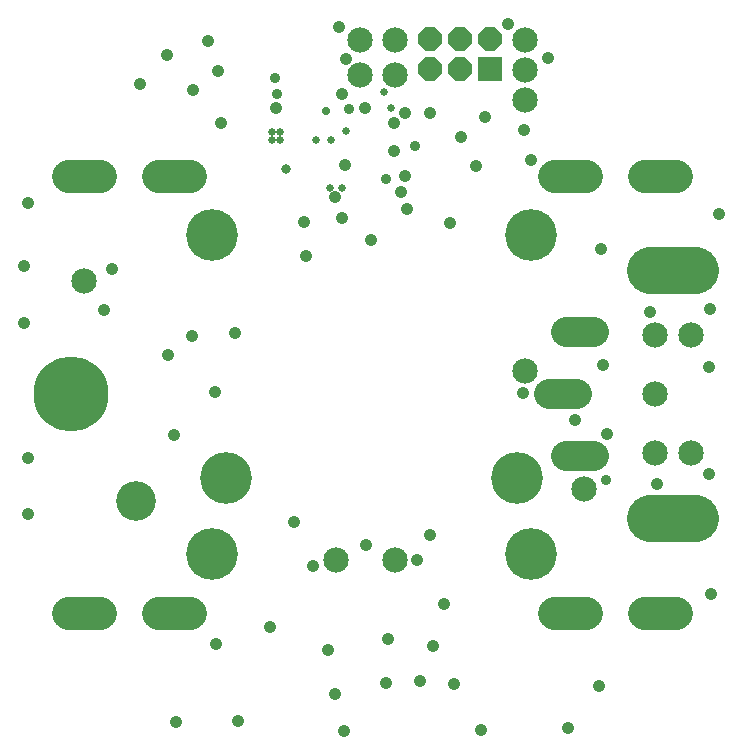
<source format=gbs>
G75*
%MOIN*%
%OFA0B0*%
%FSLAX24Y24*%
%IPPOS*%
%LPD*%
%AMOC8*
5,1,8,0,0,1.08239X$1,22.5*
%
%ADD10C,0.1320*%
%ADD11C,0.2501*%
%ADD12C,0.1005*%
%ADD13C,0.1562*%
%ADD14R,0.0800X0.0800*%
%ADD15OC8,0.0800*%
%ADD16C,0.1110*%
%ADD17C,0.0847*%
%ADD18C,0.1721*%
%ADD19C,0.1720*%
%ADD20C,0.0414*%
%ADD21C,0.0260*%
%ADD22C,0.0317*%
%ADD23C,0.0357*%
%ADD24C,0.0278*%
D10*
X006056Y010386D03*
D11*
X003890Y013930D03*
D12*
X019835Y013930D02*
X020780Y013930D01*
X020390Y015996D02*
X021335Y015996D01*
X021335Y011863D02*
X020390Y011863D01*
D13*
X023218Y009796D02*
X024720Y009796D01*
X024720Y018063D02*
X023218Y018063D01*
D14*
X017863Y024768D03*
D15*
X017863Y025768D03*
X016863Y025768D03*
X015863Y025768D03*
X015863Y024768D03*
X016863Y024768D03*
D16*
X004855Y006646D02*
X003805Y006646D01*
X006805Y006646D02*
X007855Y006646D01*
X020005Y006646D02*
X021055Y006646D01*
X023005Y006646D02*
X024055Y006646D01*
X024055Y021213D02*
X023005Y021213D01*
X021055Y021213D02*
X020005Y021213D01*
X007855Y021213D02*
X006805Y021213D01*
X004855Y021213D02*
X003805Y021213D01*
D17*
X004323Y017709D03*
X013536Y024559D03*
X013536Y025741D03*
X014717Y025741D03*
X014717Y024559D03*
X019048Y024756D03*
X019028Y023733D03*
X019048Y025741D03*
X023378Y015898D03*
X024559Y015898D03*
X023378Y013930D03*
X023378Y011961D03*
X024559Y011961D03*
X021016Y010780D03*
X019048Y014717D03*
X014717Y008418D03*
X012748Y008418D03*
D18*
X008615Y008615D03*
X019244Y008615D03*
X019244Y019244D03*
X008615Y019244D03*
D19*
X009071Y011124D03*
X018788Y011124D03*
D20*
X020721Y013063D03*
X021784Y012591D03*
X023430Y010945D03*
X025156Y011286D03*
X025156Y014848D03*
X025219Y016786D03*
X023201Y016685D03*
X021626Y014914D03*
X018969Y013977D03*
X021587Y018772D03*
X019225Y021725D03*
X019008Y022729D03*
X017689Y023181D03*
X016902Y022493D03*
X017394Y021528D03*
X015863Y023304D03*
X015032Y023300D03*
X014678Y022985D03*
X014678Y022040D03*
X015034Y021211D03*
X014914Y020662D03*
X015111Y020091D03*
X013890Y019067D03*
X012926Y019796D03*
X012709Y020504D03*
X013024Y021587D03*
X013701Y023457D03*
X012945Y023930D03*
X013063Y025091D03*
X012836Y026189D03*
X010741Y023457D03*
X008894Y022985D03*
X007959Y024081D03*
X008804Y024717D03*
X008478Y025722D03*
X007100Y025246D03*
X006201Y024287D03*
X002460Y020321D03*
X002335Y018196D03*
X002335Y016321D03*
X005012Y016744D03*
X005265Y018101D03*
X007138Y015229D03*
X007926Y015859D03*
X009363Y015957D03*
X008713Y014008D03*
X007335Y012571D03*
X011351Y009678D03*
X011981Y008215D03*
X013752Y008890D03*
X015426Y008418D03*
X015878Y009244D03*
X016331Y006926D03*
X015969Y005552D03*
X015544Y004367D03*
X016685Y004284D03*
X017558Y002752D03*
X020462Y002814D03*
X021508Y004205D03*
X025248Y007276D03*
X014456Y005776D03*
X014401Y004295D03*
X012717Y003953D03*
X012993Y002713D03*
X012473Y005390D03*
X010524Y006178D03*
X008733Y005622D03*
X009486Y003034D03*
X007414Y002999D03*
X002460Y009946D03*
X002460Y011821D03*
X011725Y018556D03*
X011666Y019678D03*
X016528Y019638D03*
X019796Y025130D03*
X018469Y026286D03*
X025504Y019953D03*
D21*
X014579Y023457D03*
X014343Y024008D03*
X013083Y022709D03*
X012571Y022394D03*
X012059Y022394D03*
X010883Y022414D03*
X010878Y022689D03*
X010603Y022689D03*
X010603Y022414D03*
X012532Y020819D03*
X012926Y020819D03*
D22*
X011075Y021449D03*
D23*
X013185Y023433D03*
X010772Y023926D03*
X010701Y024485D03*
X014402Y021095D03*
X015386Y022197D03*
X021729Y011079D03*
D24*
X012394Y023378D03*
M02*

</source>
